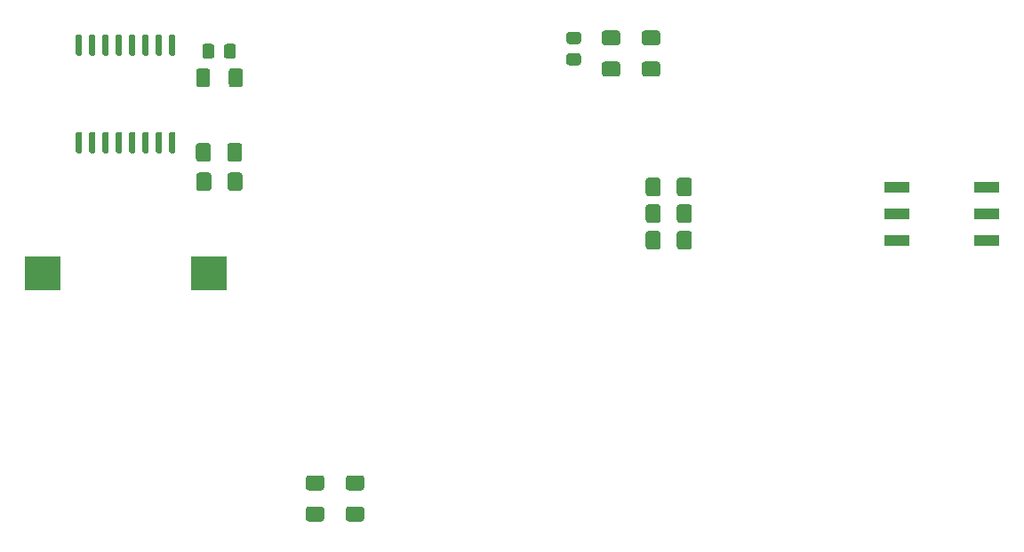
<source format=gtp>
G04 #@! TF.GenerationSoftware,KiCad,Pcbnew,(5.1.10)-1*
G04 #@! TF.CreationDate,2021-12-13T23:40:35+01:00*
G04 #@! TF.ProjectId,BikeCounter,42696b65-436f-4756-9e74-65722e6b6963,rev?*
G04 #@! TF.SameCoordinates,Original*
G04 #@! TF.FileFunction,Paste,Top*
G04 #@! TF.FilePolarity,Positive*
%FSLAX46Y46*%
G04 Gerber Fmt 4.6, Leading zero omitted, Abs format (unit mm)*
G04 Created by KiCad (PCBNEW (5.1.10)-1) date 2021-12-13 23:40:35*
%MOMM*%
%LPD*%
G01*
G04 APERTURE LIST*
%ADD10R,3.500000X3.300000*%
%ADD11R,2.440000X1.120000*%
G04 APERTURE END LIST*
G36*
G01*
X165304500Y-86116000D02*
X165304500Y-87366000D01*
G75*
G02*
X165054500Y-87616000I-250000J0D01*
G01*
X164129500Y-87616000D01*
G75*
G02*
X163879500Y-87366000I0J250000D01*
G01*
X163879500Y-86116000D01*
G75*
G02*
X164129500Y-85866000I250000J0D01*
G01*
X165054500Y-85866000D01*
G75*
G02*
X165304500Y-86116000I0J-250000D01*
G01*
G37*
G36*
G01*
X162329500Y-86116000D02*
X162329500Y-87366000D01*
G75*
G02*
X162079500Y-87616000I-250000J0D01*
G01*
X161154500Y-87616000D01*
G75*
G02*
X160904500Y-87366000I0J250000D01*
G01*
X160904500Y-86116000D01*
G75*
G02*
X161154500Y-85866000I250000J0D01*
G01*
X162079500Y-85866000D01*
G75*
G02*
X162329500Y-86116000I0J-250000D01*
G01*
G37*
D10*
X103479000Y-89916000D03*
X119279000Y-89916000D03*
G36*
G01*
X130038000Y-113579000D02*
X128788000Y-113579000D01*
G75*
G02*
X128538000Y-113329000I0J250000D01*
G01*
X128538000Y-112404000D01*
G75*
G02*
X128788000Y-112154000I250000J0D01*
G01*
X130038000Y-112154000D01*
G75*
G02*
X130288000Y-112404000I0J-250000D01*
G01*
X130288000Y-113329000D01*
G75*
G02*
X130038000Y-113579000I-250000J0D01*
G01*
G37*
G36*
G01*
X130038000Y-110604000D02*
X128788000Y-110604000D01*
G75*
G02*
X128538000Y-110354000I0J250000D01*
G01*
X128538000Y-109429000D01*
G75*
G02*
X128788000Y-109179000I250000J0D01*
G01*
X130038000Y-109179000D01*
G75*
G02*
X130288000Y-109429000I0J-250000D01*
G01*
X130288000Y-110354000D01*
G75*
G02*
X130038000Y-110604000I-250000J0D01*
G01*
G37*
G36*
G01*
X133848000Y-113579000D02*
X132598000Y-113579000D01*
G75*
G02*
X132348000Y-113329000I0J250000D01*
G01*
X132348000Y-112404000D01*
G75*
G02*
X132598000Y-112154000I250000J0D01*
G01*
X133848000Y-112154000D01*
G75*
G02*
X134098000Y-112404000I0J-250000D01*
G01*
X134098000Y-113329000D01*
G75*
G02*
X133848000Y-113579000I-250000J0D01*
G01*
G37*
G36*
G01*
X133848000Y-110604000D02*
X132598000Y-110604000D01*
G75*
G02*
X132348000Y-110354000I0J250000D01*
G01*
X132348000Y-109429000D01*
G75*
G02*
X132598000Y-109179000I250000J0D01*
G01*
X133848000Y-109179000D01*
G75*
G02*
X134098000Y-109429000I0J-250000D01*
G01*
X134098000Y-110354000D01*
G75*
G02*
X133848000Y-110604000I-250000J0D01*
G01*
G37*
G36*
G01*
X156982000Y-66724500D02*
X158232000Y-66724500D01*
G75*
G02*
X158482000Y-66974500I0J-250000D01*
G01*
X158482000Y-67899500D01*
G75*
G02*
X158232000Y-68149500I-250000J0D01*
G01*
X156982000Y-68149500D01*
G75*
G02*
X156732000Y-67899500I0J250000D01*
G01*
X156732000Y-66974500D01*
G75*
G02*
X156982000Y-66724500I250000J0D01*
G01*
G37*
G36*
G01*
X156982000Y-69699500D02*
X158232000Y-69699500D01*
G75*
G02*
X158482000Y-69949500I0J-250000D01*
G01*
X158482000Y-70874500D01*
G75*
G02*
X158232000Y-71124500I-250000J0D01*
G01*
X156982000Y-71124500D01*
G75*
G02*
X156732000Y-70874500I0J250000D01*
G01*
X156732000Y-69949500D01*
G75*
G02*
X156982000Y-69699500I250000J0D01*
G01*
G37*
G36*
G01*
X160792000Y-66724500D02*
X162042000Y-66724500D01*
G75*
G02*
X162292000Y-66974500I0J-250000D01*
G01*
X162292000Y-67899500D01*
G75*
G02*
X162042000Y-68149500I-250000J0D01*
G01*
X160792000Y-68149500D01*
G75*
G02*
X160542000Y-67899500I0J250000D01*
G01*
X160542000Y-66974500D01*
G75*
G02*
X160792000Y-66724500I250000J0D01*
G01*
G37*
G36*
G01*
X160792000Y-69699500D02*
X162042000Y-69699500D01*
G75*
G02*
X162292000Y-69949500I0J-250000D01*
G01*
X162292000Y-70874500D01*
G75*
G02*
X162042000Y-71124500I-250000J0D01*
G01*
X160792000Y-71124500D01*
G75*
G02*
X160542000Y-70874500I0J250000D01*
G01*
X160542000Y-69949500D01*
G75*
G02*
X160792000Y-69699500I250000J0D01*
G01*
G37*
G36*
G01*
X153600999Y-66862000D02*
X154501001Y-66862000D01*
G75*
G02*
X154751000Y-67111999I0J-249999D01*
G01*
X154751000Y-67762001D01*
G75*
G02*
X154501001Y-68012000I-249999J0D01*
G01*
X153600999Y-68012000D01*
G75*
G02*
X153351000Y-67762001I0J249999D01*
G01*
X153351000Y-67111999D01*
G75*
G02*
X153600999Y-66862000I249999J0D01*
G01*
G37*
G36*
G01*
X153600999Y-68912000D02*
X154501001Y-68912000D01*
G75*
G02*
X154751000Y-69161999I0J-249999D01*
G01*
X154751000Y-69812001D01*
G75*
G02*
X154501001Y-70062000I-249999J0D01*
G01*
X153600999Y-70062000D01*
G75*
G02*
X153351000Y-69812001I0J249999D01*
G01*
X153351000Y-69161999D01*
G75*
G02*
X153600999Y-68912000I249999J0D01*
G01*
G37*
G36*
G01*
X115674000Y-67096000D02*
X115974000Y-67096000D01*
G75*
G02*
X116124000Y-67246000I0J-150000D01*
G01*
X116124000Y-68996000D01*
G75*
G02*
X115974000Y-69146000I-150000J0D01*
G01*
X115674000Y-69146000D01*
G75*
G02*
X115524000Y-68996000I0J150000D01*
G01*
X115524000Y-67246000D01*
G75*
G02*
X115674000Y-67096000I150000J0D01*
G01*
G37*
G36*
G01*
X114404000Y-67096000D02*
X114704000Y-67096000D01*
G75*
G02*
X114854000Y-67246000I0J-150000D01*
G01*
X114854000Y-68996000D01*
G75*
G02*
X114704000Y-69146000I-150000J0D01*
G01*
X114404000Y-69146000D01*
G75*
G02*
X114254000Y-68996000I0J150000D01*
G01*
X114254000Y-67246000D01*
G75*
G02*
X114404000Y-67096000I150000J0D01*
G01*
G37*
G36*
G01*
X113134000Y-67096000D02*
X113434000Y-67096000D01*
G75*
G02*
X113584000Y-67246000I0J-150000D01*
G01*
X113584000Y-68996000D01*
G75*
G02*
X113434000Y-69146000I-150000J0D01*
G01*
X113134000Y-69146000D01*
G75*
G02*
X112984000Y-68996000I0J150000D01*
G01*
X112984000Y-67246000D01*
G75*
G02*
X113134000Y-67096000I150000J0D01*
G01*
G37*
G36*
G01*
X111864000Y-67096000D02*
X112164000Y-67096000D01*
G75*
G02*
X112314000Y-67246000I0J-150000D01*
G01*
X112314000Y-68996000D01*
G75*
G02*
X112164000Y-69146000I-150000J0D01*
G01*
X111864000Y-69146000D01*
G75*
G02*
X111714000Y-68996000I0J150000D01*
G01*
X111714000Y-67246000D01*
G75*
G02*
X111864000Y-67096000I150000J0D01*
G01*
G37*
G36*
G01*
X110594000Y-67096000D02*
X110894000Y-67096000D01*
G75*
G02*
X111044000Y-67246000I0J-150000D01*
G01*
X111044000Y-68996000D01*
G75*
G02*
X110894000Y-69146000I-150000J0D01*
G01*
X110594000Y-69146000D01*
G75*
G02*
X110444000Y-68996000I0J150000D01*
G01*
X110444000Y-67246000D01*
G75*
G02*
X110594000Y-67096000I150000J0D01*
G01*
G37*
G36*
G01*
X109324000Y-67096000D02*
X109624000Y-67096000D01*
G75*
G02*
X109774000Y-67246000I0J-150000D01*
G01*
X109774000Y-68996000D01*
G75*
G02*
X109624000Y-69146000I-150000J0D01*
G01*
X109324000Y-69146000D01*
G75*
G02*
X109174000Y-68996000I0J150000D01*
G01*
X109174000Y-67246000D01*
G75*
G02*
X109324000Y-67096000I150000J0D01*
G01*
G37*
G36*
G01*
X108054000Y-67096000D02*
X108354000Y-67096000D01*
G75*
G02*
X108504000Y-67246000I0J-150000D01*
G01*
X108504000Y-68996000D01*
G75*
G02*
X108354000Y-69146000I-150000J0D01*
G01*
X108054000Y-69146000D01*
G75*
G02*
X107904000Y-68996000I0J150000D01*
G01*
X107904000Y-67246000D01*
G75*
G02*
X108054000Y-67096000I150000J0D01*
G01*
G37*
G36*
G01*
X106784000Y-67096000D02*
X107084000Y-67096000D01*
G75*
G02*
X107234000Y-67246000I0J-150000D01*
G01*
X107234000Y-68996000D01*
G75*
G02*
X107084000Y-69146000I-150000J0D01*
G01*
X106784000Y-69146000D01*
G75*
G02*
X106634000Y-68996000I0J150000D01*
G01*
X106634000Y-67246000D01*
G75*
G02*
X106784000Y-67096000I150000J0D01*
G01*
G37*
G36*
G01*
X106784000Y-76396000D02*
X107084000Y-76396000D01*
G75*
G02*
X107234000Y-76546000I0J-150000D01*
G01*
X107234000Y-78296000D01*
G75*
G02*
X107084000Y-78446000I-150000J0D01*
G01*
X106784000Y-78446000D01*
G75*
G02*
X106634000Y-78296000I0J150000D01*
G01*
X106634000Y-76546000D01*
G75*
G02*
X106784000Y-76396000I150000J0D01*
G01*
G37*
G36*
G01*
X108054000Y-76396000D02*
X108354000Y-76396000D01*
G75*
G02*
X108504000Y-76546000I0J-150000D01*
G01*
X108504000Y-78296000D01*
G75*
G02*
X108354000Y-78446000I-150000J0D01*
G01*
X108054000Y-78446000D01*
G75*
G02*
X107904000Y-78296000I0J150000D01*
G01*
X107904000Y-76546000D01*
G75*
G02*
X108054000Y-76396000I150000J0D01*
G01*
G37*
G36*
G01*
X109324000Y-76396000D02*
X109624000Y-76396000D01*
G75*
G02*
X109774000Y-76546000I0J-150000D01*
G01*
X109774000Y-78296000D01*
G75*
G02*
X109624000Y-78446000I-150000J0D01*
G01*
X109324000Y-78446000D01*
G75*
G02*
X109174000Y-78296000I0J150000D01*
G01*
X109174000Y-76546000D01*
G75*
G02*
X109324000Y-76396000I150000J0D01*
G01*
G37*
G36*
G01*
X110594000Y-76396000D02*
X110894000Y-76396000D01*
G75*
G02*
X111044000Y-76546000I0J-150000D01*
G01*
X111044000Y-78296000D01*
G75*
G02*
X110894000Y-78446000I-150000J0D01*
G01*
X110594000Y-78446000D01*
G75*
G02*
X110444000Y-78296000I0J150000D01*
G01*
X110444000Y-76546000D01*
G75*
G02*
X110594000Y-76396000I150000J0D01*
G01*
G37*
G36*
G01*
X111864000Y-76396000D02*
X112164000Y-76396000D01*
G75*
G02*
X112314000Y-76546000I0J-150000D01*
G01*
X112314000Y-78296000D01*
G75*
G02*
X112164000Y-78446000I-150000J0D01*
G01*
X111864000Y-78446000D01*
G75*
G02*
X111714000Y-78296000I0J150000D01*
G01*
X111714000Y-76546000D01*
G75*
G02*
X111864000Y-76396000I150000J0D01*
G01*
G37*
G36*
G01*
X113134000Y-76396000D02*
X113434000Y-76396000D01*
G75*
G02*
X113584000Y-76546000I0J-150000D01*
G01*
X113584000Y-78296000D01*
G75*
G02*
X113434000Y-78446000I-150000J0D01*
G01*
X113134000Y-78446000D01*
G75*
G02*
X112984000Y-78296000I0J150000D01*
G01*
X112984000Y-76546000D01*
G75*
G02*
X113134000Y-76396000I150000J0D01*
G01*
G37*
G36*
G01*
X114404000Y-76396000D02*
X114704000Y-76396000D01*
G75*
G02*
X114854000Y-76546000I0J-150000D01*
G01*
X114854000Y-78296000D01*
G75*
G02*
X114704000Y-78446000I-150000J0D01*
G01*
X114404000Y-78446000D01*
G75*
G02*
X114254000Y-78296000I0J150000D01*
G01*
X114254000Y-76546000D01*
G75*
G02*
X114404000Y-76396000I150000J0D01*
G01*
G37*
G36*
G01*
X115674000Y-76396000D02*
X115974000Y-76396000D01*
G75*
G02*
X116124000Y-76546000I0J-150000D01*
G01*
X116124000Y-78296000D01*
G75*
G02*
X115974000Y-78446000I-150000J0D01*
G01*
X115674000Y-78446000D01*
G75*
G02*
X115524000Y-78296000I0J150000D01*
G01*
X115524000Y-76546000D01*
G75*
G02*
X115674000Y-76396000I150000J0D01*
G01*
G37*
D11*
X184798000Y-81661000D03*
X193408000Y-86741000D03*
X184798000Y-84201000D03*
X193408000Y-84201000D03*
X184798000Y-86741000D03*
X193408000Y-81661000D03*
G36*
G01*
X165304500Y-81036000D02*
X165304500Y-82286000D01*
G75*
G02*
X165054500Y-82536000I-250000J0D01*
G01*
X164129500Y-82536000D01*
G75*
G02*
X163879500Y-82286000I0J250000D01*
G01*
X163879500Y-81036000D01*
G75*
G02*
X164129500Y-80786000I250000J0D01*
G01*
X165054500Y-80786000D01*
G75*
G02*
X165304500Y-81036000I0J-250000D01*
G01*
G37*
G36*
G01*
X162329500Y-81036000D02*
X162329500Y-82286000D01*
G75*
G02*
X162079500Y-82536000I-250000J0D01*
G01*
X161154500Y-82536000D01*
G75*
G02*
X160904500Y-82286000I0J250000D01*
G01*
X160904500Y-81036000D01*
G75*
G02*
X161154500Y-80786000I250000J0D01*
G01*
X162079500Y-80786000D01*
G75*
G02*
X162329500Y-81036000I0J-250000D01*
G01*
G37*
G36*
G01*
X165304500Y-83576000D02*
X165304500Y-84826000D01*
G75*
G02*
X165054500Y-85076000I-250000J0D01*
G01*
X164129500Y-85076000D01*
G75*
G02*
X163879500Y-84826000I0J250000D01*
G01*
X163879500Y-83576000D01*
G75*
G02*
X164129500Y-83326000I250000J0D01*
G01*
X165054500Y-83326000D01*
G75*
G02*
X165304500Y-83576000I0J-250000D01*
G01*
G37*
G36*
G01*
X162329500Y-83576000D02*
X162329500Y-84826000D01*
G75*
G02*
X162079500Y-85076000I-250000J0D01*
G01*
X161154500Y-85076000D01*
G75*
G02*
X160904500Y-84826000I0J250000D01*
G01*
X160904500Y-83576000D01*
G75*
G02*
X161154500Y-83326000I250000J0D01*
G01*
X162079500Y-83326000D01*
G75*
G02*
X162329500Y-83576000I0J-250000D01*
G01*
G37*
G36*
G01*
X122469000Y-77734000D02*
X122469000Y-78984000D01*
G75*
G02*
X122219000Y-79234000I-250000J0D01*
G01*
X121294000Y-79234000D01*
G75*
G02*
X121044000Y-78984000I0J250000D01*
G01*
X121044000Y-77734000D01*
G75*
G02*
X121294000Y-77484000I250000J0D01*
G01*
X122219000Y-77484000D01*
G75*
G02*
X122469000Y-77734000I0J-250000D01*
G01*
G37*
G36*
G01*
X119494000Y-77734000D02*
X119494000Y-78984000D01*
G75*
G02*
X119244000Y-79234000I-250000J0D01*
G01*
X118319000Y-79234000D01*
G75*
G02*
X118069000Y-78984000I0J250000D01*
G01*
X118069000Y-77734000D01*
G75*
G02*
X118319000Y-77484000I250000J0D01*
G01*
X119244000Y-77484000D01*
G75*
G02*
X119494000Y-77734000I0J-250000D01*
G01*
G37*
G36*
G01*
X122505500Y-80528000D02*
X122505500Y-81778000D01*
G75*
G02*
X122255500Y-82028000I-250000J0D01*
G01*
X121330500Y-82028000D01*
G75*
G02*
X121080500Y-81778000I0J250000D01*
G01*
X121080500Y-80528000D01*
G75*
G02*
X121330500Y-80278000I250000J0D01*
G01*
X122255500Y-80278000D01*
G75*
G02*
X122505500Y-80528000I0J-250000D01*
G01*
G37*
G36*
G01*
X119530500Y-80528000D02*
X119530500Y-81778000D01*
G75*
G02*
X119280500Y-82028000I-250000J0D01*
G01*
X118355500Y-82028000D01*
G75*
G02*
X118105500Y-81778000I0J250000D01*
G01*
X118105500Y-80528000D01*
G75*
G02*
X118355500Y-80278000I250000J0D01*
G01*
X119280500Y-80278000D01*
G75*
G02*
X119530500Y-80528000I0J-250000D01*
G01*
G37*
G36*
G01*
X118678000Y-69157001D02*
X118678000Y-68256999D01*
G75*
G02*
X118927999Y-68007000I249999J0D01*
G01*
X119578001Y-68007000D01*
G75*
G02*
X119828000Y-68256999I0J-249999D01*
G01*
X119828000Y-69157001D01*
G75*
G02*
X119578001Y-69407000I-249999J0D01*
G01*
X118927999Y-69407000D01*
G75*
G02*
X118678000Y-69157001I0J249999D01*
G01*
G37*
G36*
G01*
X120728000Y-69157001D02*
X120728000Y-68256999D01*
G75*
G02*
X120977999Y-68007000I249999J0D01*
G01*
X121628001Y-68007000D01*
G75*
G02*
X121878000Y-68256999I0J-249999D01*
G01*
X121878000Y-69157001D01*
G75*
G02*
X121628001Y-69407000I-249999J0D01*
G01*
X120977999Y-69407000D01*
G75*
G02*
X120728000Y-69157001I0J249999D01*
G01*
G37*
G36*
G01*
X118082500Y-71897003D02*
X118082500Y-70596997D01*
G75*
G02*
X118332497Y-70347000I249997J0D01*
G01*
X119157503Y-70347000D01*
G75*
G02*
X119407500Y-70596997I0J-249997D01*
G01*
X119407500Y-71897003D01*
G75*
G02*
X119157503Y-72147000I-249997J0D01*
G01*
X118332497Y-72147000D01*
G75*
G02*
X118082500Y-71897003I0J249997D01*
G01*
G37*
G36*
G01*
X121207500Y-71897003D02*
X121207500Y-70596997D01*
G75*
G02*
X121457497Y-70347000I249997J0D01*
G01*
X122282503Y-70347000D01*
G75*
G02*
X122532500Y-70596997I0J-249997D01*
G01*
X122532500Y-71897003D01*
G75*
G02*
X122282503Y-72147000I-249997J0D01*
G01*
X121457497Y-72147000D01*
G75*
G02*
X121207500Y-71897003I0J249997D01*
G01*
G37*
M02*

</source>
